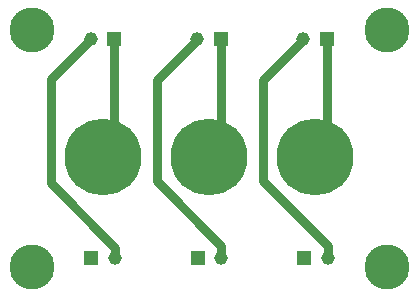
<source format=gbr>
%TF.GenerationSoftware,KiCad,Pcbnew,(6.0.4)*%
%TF.CreationDate,2023-03-31T12:06:15-04:00*%
%TF.ProjectId,switches,73776974-6368-4657-932e-6b696361645f,rev?*%
%TF.SameCoordinates,Original*%
%TF.FileFunction,Copper,L2,Bot*%
%TF.FilePolarity,Positive*%
%FSLAX46Y46*%
G04 Gerber Fmt 4.6, Leading zero omitted, Abs format (unit mm)*
G04 Created by KiCad (PCBNEW (6.0.4)) date 2023-03-31 12:06:15*
%MOMM*%
%LPD*%
G01*
G04 APERTURE LIST*
%TA.AperFunction,ComponentPad*%
%ADD10C,3.800000*%
%TD*%
%TA.AperFunction,SMDPad,CuDef*%
%ADD11C,6.500000*%
%TD*%
%TA.AperFunction,ComponentPad*%
%ADD12C,1.150000*%
%TD*%
%TA.AperFunction,ComponentPad*%
%ADD13R,1.150000X1.150000*%
%TD*%
%TA.AperFunction,Conductor*%
%ADD14C,0.750000*%
%TD*%
G04 APERTURE END LIST*
D10*
%TO.P,REF\u002A\u002A,1*%
%TO.N,N/C*%
X150534000Y-56325000D03*
%TD*%
D11*
%TO.P,SW3,2,2*%
%TO.N,Net-(J6-Pad1)*%
X174500000Y-67125000D03*
%TD*%
%TO.P,SW2,2,2*%
%TO.N,Net-(J4-Pad1)*%
X165500000Y-67125000D03*
%TD*%
D10*
%TO.P,REF\u002A\u002A,1*%
%TO.N,N/C*%
X150534000Y-76375000D03*
%TD*%
D12*
%TO.P,J6,2,Pin_2*%
%TO.N,Net-(D3-Pad1)*%
X173459000Y-57100000D03*
D13*
%TO.P,J6,1,Pin_1*%
%TO.N,Net-(J6-Pad1)*%
X175466000Y-57100000D03*
%TD*%
%TO.P,J5,1,Pin_1*%
%TO.N,Net-(J5-Pad1)*%
X173534000Y-75650000D03*
D12*
%TO.P,J5,2,Pin_2*%
%TO.N,Net-(D3-Pad1)*%
X175541000Y-75650000D03*
%TD*%
D13*
%TO.P,J4,1,Pin_1*%
%TO.N,Net-(J4-Pad1)*%
X166466000Y-57100000D03*
D12*
%TO.P,J4,2,Pin_2*%
%TO.N,Net-(D2-Pad1)*%
X164459000Y-57100000D03*
%TD*%
D10*
%TO.P,REF\u002A\u002A,1*%
%TO.N,N/C*%
X180534000Y-56375000D03*
%TD*%
D11*
%TO.P,SW1,2,2*%
%TO.N,Net-(J2-Pad1)*%
X156500000Y-67125000D03*
%TD*%
D13*
%TO.P,J3,1,Pin_1*%
%TO.N,Net-(J3-Pad1)*%
X164534000Y-75650000D03*
D12*
%TO.P,J3,2,Pin_2*%
%TO.N,Net-(D2-Pad1)*%
X166541000Y-75650000D03*
%TD*%
D13*
%TO.P,J2,1,Pin_1*%
%TO.N,Net-(J2-Pad1)*%
X157466000Y-57100000D03*
D12*
%TO.P,J2,2,Pin_2*%
%TO.N,Net-(D1-Pad1)*%
X155459000Y-57100000D03*
%TD*%
D10*
%TO.P,REF\u002A\u002A,1*%
%TO.N,N/C*%
X180534000Y-76375000D03*
%TD*%
D12*
%TO.P,J1,2,Pin_2*%
%TO.N,Net-(D1-Pad1)*%
X157541000Y-75650000D03*
D13*
%TO.P,J1,1,Pin_1*%
%TO.N,Net-(J1-Pad1)*%
X155534000Y-75650000D03*
%TD*%
D14*
%TO.N,Net-(D1-Pad1)*%
X152075489Y-60483511D02*
X155459000Y-57100000D01*
X157541000Y-74782000D02*
X152075489Y-69316489D01*
X152075489Y-69316489D02*
X152075489Y-60483511D01*
X157541000Y-75650000D02*
X157541000Y-74782000D01*
%TO.N,Net-(D2-Pad1)*%
X164459000Y-57100000D02*
X164459000Y-57200000D01*
X164459000Y-57200000D02*
X161075489Y-60583511D01*
X161075489Y-60583511D02*
X161075489Y-69166489D01*
X161075489Y-69166489D02*
X166541000Y-74632000D01*
X166541000Y-74632000D02*
X166541000Y-75650000D01*
%TO.N,Net-(D3-Pad1)*%
X170075489Y-69166489D02*
X175541000Y-74632000D01*
X173459000Y-57200000D02*
X170075489Y-60583511D01*
X170075489Y-60583511D02*
X170075489Y-69166489D01*
X173459000Y-57100000D02*
X173459000Y-57200000D01*
X175541000Y-74632000D02*
X175541000Y-75650000D01*
%TO.N,Net-(J2-Pad1)*%
X156500000Y-66500000D02*
X157466000Y-65534000D01*
X157466000Y-65534000D02*
X157466000Y-57100000D01*
%TO.N,Net-(J4-Pad1)*%
X165659000Y-66500000D02*
X166466000Y-65693000D01*
X165500000Y-66500000D02*
X165659000Y-66500000D01*
X166466000Y-65693000D02*
X166466000Y-57100000D01*
%TO.N,Net-(J6-Pad1)*%
X175466000Y-57100000D02*
X175466000Y-65534000D01*
X175466000Y-65534000D02*
X174500000Y-66500000D01*
%TD*%
M02*

</source>
